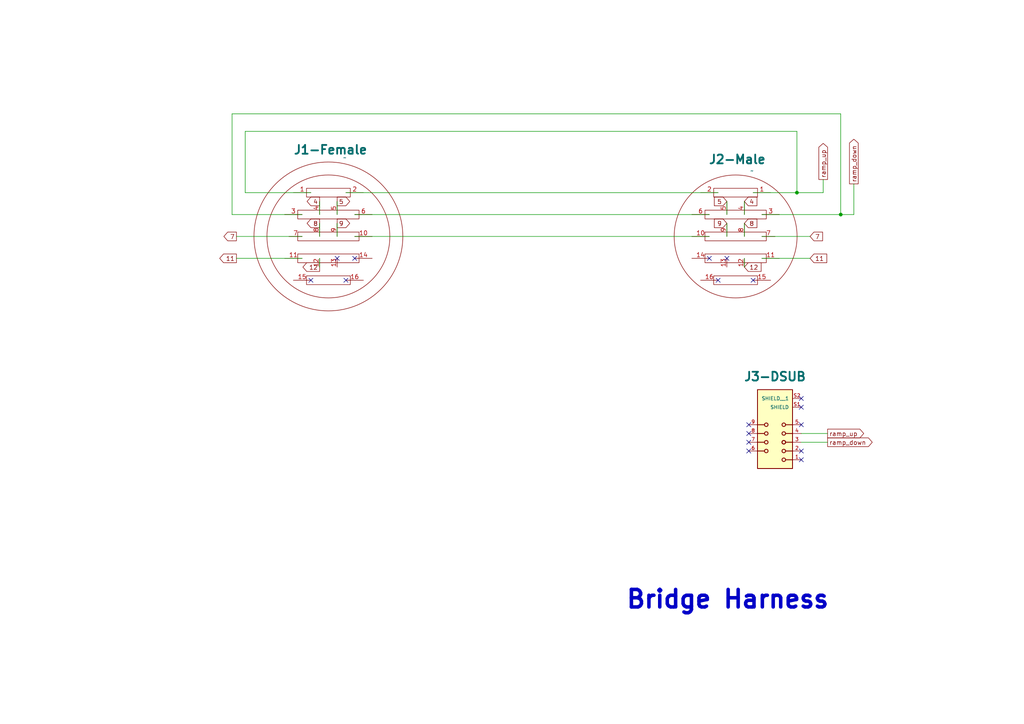
<source format=kicad_sch>
(kicad_sch (version 20250114) (generator "eeschema") (generator_version "9.0")
  (paper "A4")
  (lib_symbols
    (symbol "custom_library:A-DF_09_A_KG-T4S" (pin_names (offset 1.016))
      (property "Reference" "J1" (at -1.524 -19.558 0))
      (property "Value" "A-DF_09_A_KG-T4S" (at -9.906 -16.256 0))
      (symbol "A-DF_09_A_KG-T4S_0_0"
        (polyline (pts (xy -5.08 7.62) (xy -3.048 7.62)) (stroke (width 0.254)))
        (polyline (pts (xy -5.08 5.08) (xy -3.048 5.08)) (stroke (width 0.254)))
        (polyline (pts (xy -5.08 2.54) (xy -3.048 2.54)) (stroke (width 0.254)))
        (polyline (pts (xy -5.08 0) (xy -3.048 0)) (stroke (width 0.254)))
        (polyline (pts (xy -5.08 -2.54) (xy -3.048 -2.54)) (stroke (width 0.254)))
        (rectangle (start -5.08 -12.7) (end 5.08 10.16) (stroke (width 0.254)) (fill (type background)))
        (circle (center -2.54 7.62) (radius 0.508) (stroke (width 0.254)))
        (circle (center -2.54 5.08) (radius 0.508) (stroke (width 0.254)))
        (circle (center -2.54 2.54) (radius 0.508) (stroke (width 0.254)))
        (circle (center -2.54 2.54) (radius 0.508) (stroke (width 0.254)))
        (circle (center -2.54 0) (radius 0.508) (stroke (width 0.254)))
        (circle (center -2.54 -2.54) (radius 0.508) (stroke (width 0.254)))
        (circle (center 2.54 5.08) (radius 0.508) (stroke (width 0.254)))
        (circle (center 2.54 2.54) (radius 0.508) (stroke (width 0.254)))
        (circle (center 2.54 0) (radius 0.508) (stroke (width 0.254)))
        (circle (center 2.54 -2.54) (radius 0.508) (stroke (width 0.254)))
        (polyline (pts (xy 5.08 5.08) (xy 3.048 5.08)) (stroke (width 0.254)))
        (polyline (pts (xy 5.08 2.54) (xy 3.048 2.54)) (stroke (width 0.254)))
        (polyline (pts (xy 5.08 0) (xy 3.048 0)) (stroke (width 0.254)))
        (polyline (pts (xy 5.08 -2.54) (xy 3.048 -2.54)) (stroke (width 0.254)))
        (pin passive line (at -7.62 7.62 0) (length 2.54) (name "~") (number "1"))
        (pin passive line (at -7.62 5.08 0) (length 2.54) (name "~") (number "2"))
        (pin passive line (at -7.62 2.54 0) (length 2.54) (name "~") (number "3"))
        (pin passive line (at -7.62 0 0) (length 2.54) (name "~") (number "4"))
        (pin passive line (at -7.62 -2.54 0) (length 2.54) (name "~") (number "5"))
        (pin passive line (at -7.62 -7.62 0) (length 2.54) (name "SHIELD") (number "S1"))
        (pin passive line (at -7.62 -10.16 0) (length 2.54) (name "SHIELD__1") (number "S2"))
        (pin power_out line (at 7.62 5.08 180) (length 2.54) (name "~") (number "6"))
        (pin power_out line (at 7.62 2.54 180) (length 2.54) (name "~") (number "7"))
        (pin power_out line (at 7.62 0 180) (length 2.54) (name "~") (number "8"))
        (pin power_out line (at 7.62 -2.54 180) (length 2.54) (name "~") (number "9"))
      )
    )
    (symbol "library:16pin_female"
      (property "Reference" "J1-Female" (at -10.414 25.146 0))
      (property "Value" "~" (at 4.1911 22.86 0))
      (symbol "16pin_female_0_1"
        (circle (center 0 0) (radius 17.8253))
        (circle (center 0 0) (radius 21.59))
        (rectangle (start 6.35 13.97) (end -6.35 11.43))
        (rectangle (start 6.35 -11.43) (end -6.35 -13.97))
        (rectangle (start 8.89 7.62) (end -8.89 5.08))
        (rectangle (start 8.89 1.27) (end -8.89 -1.27))
        (rectangle (start 8.89 -5.08) (end -8.89 -7.62))
      )
      (symbol "16pin_female_1_1"
        (pin input line (at -7.62 6.35 180) (length 5.08) (name "") (number "3"))
        (pin input line (at -7.62 0 180) (length 3.81) (name "") (number "7"))
        (pin input line (at -7.62 -6.35 180) (length 5.08) (name "") (number "11"))
        (pin input line (at -5.08 12.7 180) (length 5.08) (name "") (number "1"))
        (pin input line (at -5.08 -12.7 180) (length 5.08) (name "") (number "15"))
        (pin input line (at -2.54 6.35 90) (length 3.81) (name "") (number "4"))
        (pin input line (at -2.54 0 90) (length 3.81) (name "") (number "8"))
        (pin input line (at -2.54 -6.35 270) (length 2.54) (name "") (number "12"))
        (pin input line (at 2.54 6.35 90) (length 3.81) (name "") (number "5"))
        (pin input line (at 2.54 0 90) (length 3.81) (name "") (number "9"))
        (pin input line (at 2.54 -6.35 270) (length 2.54) (name "") (number "13"))
        (pin input line (at 5.08 12.7 0) (length 5.08) (name "") (number "2"))
        (pin input line (at 5.08 -12.7 0) (length 5.08) (name "") (number "16"))
        (pin input line (at 7.62 6.35 0) (length 5.08) (name "") (number "6"))
        (pin input line (at 7.62 0 0) (length 5.08) (name "") (number "10"))
        (pin input line (at 7.62 -6.35 0) (length 5.08) (name "") (number "14"))
      )
    )
    (symbol "library:16pin_male"
      (property "Reference" "J2-Male" (at -8.128 3.302 0))
      (property "Value" "~" (at 4.1911 0 0))
      (symbol "16pin_male_0_1"
        (rectangle (start -8.89 -11.43) (end 8.89 -13.97))
        (rectangle (start -8.89 -17.78) (end 8.89 -20.32))
        (rectangle (start -8.89 -24.13) (end 8.89 -26.67))
        (rectangle (start -6.35 -5.08) (end 6.35 -7.62))
        (rectangle (start -6.35 -30.48) (end 6.35 -33.02))
        (circle (center 0 -19.05) (radius 17.8253))
      )
      (symbol "16pin_male_1_1"
        (pin output line (at -7.62 -12.7 180) (length 5.08) (name "") (number "6"))
        (pin output line (at -7.62 -19.05 180) (length 5.08) (name "") (number "10"))
        (pin output line (at -7.62 -25.4 180) (length 5.08) (name "") (number "14"))
        (pin output line (at -5.08 -6.35 180) (length 5.08) (name "") (number "2"))
        (pin output line (at -5.08 -31.75 180) (length 5.08) (name "") (number "16"))
        (pin output line (at -2.54 -12.7 90) (length 3.81) (name "") (number "5"))
        (pin output line (at -2.54 -19.05 90) (length 3.81) (name "") (number "9"))
        (pin output line (at -2.54 -25.4 270) (length 2.54) (name "") (number "13"))
        (pin output line (at 2.54 -12.7 90) (length 3.81) (name "") (number "4"))
        (pin output line (at 2.54 -19.05 90) (length 3.81) (name "") (number "8"))
        (pin output line (at 2.54 -25.4 270) (length 2.54) (name "") (number "12"))
        (pin output line (at 5.08 -6.35 0) (length 5.08) (name "") (number "1"))
        (pin output line (at 5.08 -31.75 0) (length 5.08) (name "") (number "15"))
        (pin output line (at 7.62 -12.7 0) (length 5.08) (name "") (number "3"))
        (pin output line (at 7.62 -19.05 0) (length 3.81) (name "") (number "7"))
        (pin output line (at 7.62 -25.4 0) (length 5.08) (name "") (number "11"))
      )
    )
  )
  (text "Bridge Harness" (at 211.074 173.99 0) (effects (font (size 5.08 5.08) (thickness 1.016) (bold yes))))
  (junction (at 243.84 62.23))
  (junction (at 231.14 55.88))
  (no_connect (at 232.41 133.35))
  (no_connect (at 90.17 81.28))
  (no_connect (at 210.82 74.93))
  (no_connect (at 102.87 74.93))
  (no_connect (at 217.17 125.73))
  (no_connect (at 232.41 123.19))
  (no_connect (at 232.41 118.11))
  (no_connect (at 100.33 81.28))
  (no_connect (at 218.44 81.28))
  (no_connect (at 232.41 130.81))
  (no_connect (at 217.17 130.81))
  (no_connect (at 97.79 74.93))
  (no_connect (at 217.17 128.27))
  (no_connect (at 217.17 123.19))
  (no_connect (at 205.74 74.93))
  (no_connect (at 208.28 81.28))
  (no_connect (at 232.41 115.57))
  (wire (pts (xy 68.58 68.58) (xy 87.63 68.58)))
  (wire (pts (xy 243.84 62.23) (xy 247.65 62.23)))
  (wire (pts (xy 220.98 68.58) (xy 234.95 68.58)))
  (wire (pts (xy 231.14 38.1) (xy 231.14 55.88)))
  (wire (pts (xy 220.98 74.93) (xy 234.95 74.93)))
  (wire (pts (xy 218.44 55.88) (xy 231.14 55.88)))
  (wire (pts (xy 243.84 33.02) (xy 243.84 62.23)))
  (wire (pts (xy 67.31 62.23) (xy 67.31 33.02)))
  (wire (pts (xy 215.9 58.42) (xy 215.9 62.23)))
  (wire (pts (xy 215.9 74.93) (xy 215.9 77.47)))
  (wire (pts (xy 210.82 64.77) (xy 210.82 68.58)))
  (wire (pts (xy 92.71 74.93) (xy 92.71 77.47)))
  (wire (pts (xy 71.12 55.88) (xy 71.12 38.1)))
  (wire (pts (xy 232.41 128.27) (xy 240.03 128.27)))
  (wire (pts (xy 67.31 33.02) (xy 243.84 33.02)))
  (wire (pts (xy 247.65 62.23) (xy 247.65 53.34)))
  (wire (pts (xy 210.82 58.42) (xy 210.82 62.23)))
  (wire (pts (xy 232.41 125.73) (xy 240.03 125.73)))
  (wire (pts (xy 92.71 58.42) (xy 92.71 62.23)))
  (wire (pts (xy 102.87 62.23) (xy 205.74 62.23)))
  (wire (pts (xy 68.58 74.93) (xy 87.63 74.93)))
  (wire (pts (xy 97.79 58.42) (xy 97.79 62.23)))
  (wire (pts (xy 100.33 55.88) (xy 208.28 55.88)))
  (wire (pts (xy 97.79 64.77) (xy 97.79 68.58)))
  (wire (pts (xy 215.9 64.77) (xy 215.9 68.58)))
  (wire (pts (xy 102.87 68.58) (xy 205.74 68.58)))
  (wire (pts (xy 92.71 64.77) (xy 92.71 68.58)))
  (wire (pts (xy 71.12 55.88) (xy 90.17 55.88)))
  (wire (pts (xy 71.12 38.1) (xy 231.14 38.1)))
  (wire (pts (xy 231.14 55.88) (xy 238.76 55.88)))
  (wire (pts (xy 87.63 62.23) (xy 67.31 62.23)))
  (wire (pts (xy 220.98 62.23) (xy 243.84 62.23)))
  (wire (pts (xy 238.76 52.07) (xy 238.76 55.88)))
  (global_label "9" (shape input) (at 210.82 64.77 180) (property "Intersheetrefs" "${INTERSHEET_REFS}" (effects (hide yes))))
  (global_label "ramp_down" (shape output) (at 240.03 128.27 0) (property "Intersheetrefs" "${INTERSHEET_REFS}" (effects (hide yes))))
  (global_label "12" (shape input) (at 215.9 77.47 0) (property "Intersheetrefs" "${INTERSHEET_REFS}" (effects (hide yes))))
  (global_label "8" (shape output) (at 92.71 64.77 180) (property "Intersheetrefs" "${INTERSHEET_REFS}" (effects (hide yes))))
  (global_label "5" (shape input) (at 210.82 58.42 180) (property "Intersheetrefs" "${INTERSHEET_REFS}" (effects (hide yes))))
  (global_label "12" (shape output) (at 92.71 77.47 180) (property "Intersheetrefs" "${INTERSHEET_REFS}" (effects (hide yes))))
  (global_label "ramp_up" (shape output) (at 240.03 125.73 0) (property "Intersheetrefs" "${INTERSHEET_REFS}" (effects (hide yes))))
  (global_label "4" (shape input) (at 215.9 58.42 0) (property "Intersheetrefs" "${INTERSHEET_REFS}" (effects (hide yes))))
  (global_label "9" (shape output) (at 97.79 64.77 0) (property "Intersheetrefs" "${INTERSHEET_REFS}" (effects (hide yes))))
  (global_label "4" (shape output) (at 92.71 58.42 180) (property "Intersheetrefs" "${INTERSHEET_REFS}" (effects (hide yes))))
  (global_label "ramp_down" (shape output) (at 247.65 53.34 90) (property "Intersheetrefs" "${INTERSHEET_REFS}" (effects (hide yes))))
  (global_label "7" (shape input) (at 234.95 68.58 0) (property "Intersheetrefs" "${INTERSHEET_REFS}" (effects (hide yes))))
  (global_label "11" (shape output) (at 68.58 74.93 180) (property "Intersheetrefs" "${INTERSHEET_REFS}" (effects (hide yes))))
  (global_label "ramp_up" (shape output) (at 238.76 52.07 90) (property "Intersheetrefs" "${INTERSHEET_REFS}" (effects (hide yes))))
  (global_label "11" (shape input) (at 234.95 74.93 0) (property "Intersheetrefs" "${INTERSHEET_REFS}" (effects (hide yes))))
  (global_label "8" (shape input) (at 215.9 64.77 0) (property "Intersheetrefs" "${INTERSHEET_REFS}" (effects (hide yes))))
  (global_label "5" (shape output) (at 97.79 58.42 0) (property "Intersheetrefs" "${INTERSHEET_REFS}" (effects (hide yes))))
  (global_label "7" (shape output) (at 68.58 68.58 180) (property "Intersheetrefs" "${INTERSHEET_REFS}" (effects (hide yes))))
  (symbol (lib_id "custom_library:A-DF_09_A_KG-T4S") (at 224.79 125.73 180) (unit 1)
    (property "Reference" "J3-DSUB" (at 224.79 109.22 0) (effects (font (size 2.54 2.54) (thickness 0.508) (bold yes))))
    (property "Value" "A-DF_09_A_KG-T4S" (effects (hide yes)))
    (property "Footprint" "footprints:ASSMANN_A-DF_09_A_KG-T4S" (effects (hide yes)))
    (property "PARTREV" "05" (effects (hide yes)))
    (property "MANUFACTURER" "Assmann WSW Components" (effects (hide yes)))
    (property "MAXIMUM_PACKAGE_HEIGHT" "12.8mm" (effects (hide yes)))
    (property "STANDARD" "Manufacturer Recommendations" (effects (hide yes)))
  )
  (symbol (lib_id "library:16pin_female") (at 95.25 68.58 0) (unit 1)
    (property "Reference" "J1-Female" (at 84.836 43.434 0) (effects (font (size 2.54 2.54) (thickness 0.508) (bold yes)) (justify left)))
    (property "Value" "~" (at 99.4411 45.72 0) (effects (justify left)))
  )
  (symbol (lib_id "library:16pin_male") (at 213.36 49.53 0) (unit 1)
    (property "Reference" "J2-Male" (at 205.232 46.228 0) (effects (font (size 2.54 2.54) (thickness 0.508) (bold yes)) (justify left)))
    (property "Value" "~" (at 217.5511 49.53 0) (effects (justify left)))
  )
)
</source>
